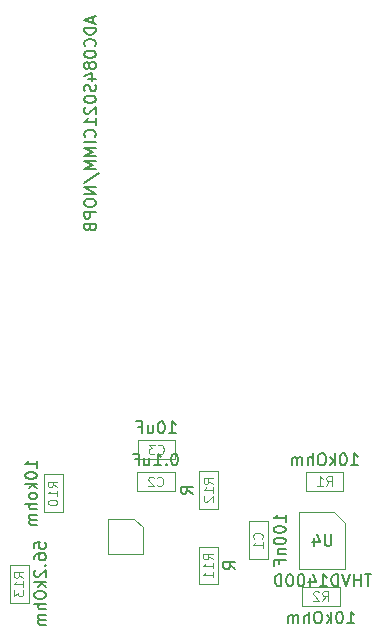
<source format=gbr>
%TF.GenerationSoftware,KiCad,Pcbnew,8.0.3*%
%TF.CreationDate,2024-10-20T16:03:45+03:00*%
%TF.ProjectId,SmartPot,536d6172-7450-46f7-942e-6b696361645f,rev?*%
%TF.SameCoordinates,Original*%
%TF.FileFunction,AssemblyDrawing,Bot*%
%FSLAX46Y46*%
G04 Gerber Fmt 4.6, Leading zero omitted, Abs format (unit mm)*
G04 Created by KiCad (PCBNEW 8.0.3) date 2024-10-20 16:03:45*
%MOMM*%
%LPD*%
G01*
G04 APERTURE LIST*
%ADD10C,0.150000*%
%ADD11C,0.120000*%
%ADD12C,0.100000*%
G04 APERTURE END LIST*
D10*
X209000595Y-100534819D02*
X209572023Y-100534819D01*
X209286309Y-100534819D02*
X209286309Y-99534819D01*
X209286309Y-99534819D02*
X209381547Y-99677676D01*
X209381547Y-99677676D02*
X209476785Y-99772914D01*
X209476785Y-99772914D02*
X209572023Y-99820533D01*
X208381547Y-99534819D02*
X208286309Y-99534819D01*
X208286309Y-99534819D02*
X208191071Y-99582438D01*
X208191071Y-99582438D02*
X208143452Y-99630057D01*
X208143452Y-99630057D02*
X208095833Y-99725295D01*
X208095833Y-99725295D02*
X208048214Y-99915771D01*
X208048214Y-99915771D02*
X208048214Y-100153866D01*
X208048214Y-100153866D02*
X208095833Y-100344342D01*
X208095833Y-100344342D02*
X208143452Y-100439580D01*
X208143452Y-100439580D02*
X208191071Y-100487200D01*
X208191071Y-100487200D02*
X208286309Y-100534819D01*
X208286309Y-100534819D02*
X208381547Y-100534819D01*
X208381547Y-100534819D02*
X208476785Y-100487200D01*
X208476785Y-100487200D02*
X208524404Y-100439580D01*
X208524404Y-100439580D02*
X208572023Y-100344342D01*
X208572023Y-100344342D02*
X208619642Y-100153866D01*
X208619642Y-100153866D02*
X208619642Y-99915771D01*
X208619642Y-99915771D02*
X208572023Y-99725295D01*
X208572023Y-99725295D02*
X208524404Y-99630057D01*
X208524404Y-99630057D02*
X208476785Y-99582438D01*
X208476785Y-99582438D02*
X208381547Y-99534819D01*
X207619642Y-100534819D02*
X207619642Y-99534819D01*
X207524404Y-100153866D02*
X207238690Y-100534819D01*
X207238690Y-99868152D02*
X207619642Y-100249104D01*
X206619642Y-99534819D02*
X206429166Y-99534819D01*
X206429166Y-99534819D02*
X206333928Y-99582438D01*
X206333928Y-99582438D02*
X206238690Y-99677676D01*
X206238690Y-99677676D02*
X206191071Y-99868152D01*
X206191071Y-99868152D02*
X206191071Y-100201485D01*
X206191071Y-100201485D02*
X206238690Y-100391961D01*
X206238690Y-100391961D02*
X206333928Y-100487200D01*
X206333928Y-100487200D02*
X206429166Y-100534819D01*
X206429166Y-100534819D02*
X206619642Y-100534819D01*
X206619642Y-100534819D02*
X206714880Y-100487200D01*
X206714880Y-100487200D02*
X206810118Y-100391961D01*
X206810118Y-100391961D02*
X206857737Y-100201485D01*
X206857737Y-100201485D02*
X206857737Y-99868152D01*
X206857737Y-99868152D02*
X206810118Y-99677676D01*
X206810118Y-99677676D02*
X206714880Y-99582438D01*
X206714880Y-99582438D02*
X206619642Y-99534819D01*
X205762499Y-100534819D02*
X205762499Y-99534819D01*
X205333928Y-100534819D02*
X205333928Y-100011009D01*
X205333928Y-100011009D02*
X205381547Y-99915771D01*
X205381547Y-99915771D02*
X205476785Y-99868152D01*
X205476785Y-99868152D02*
X205619642Y-99868152D01*
X205619642Y-99868152D02*
X205714880Y-99915771D01*
X205714880Y-99915771D02*
X205762499Y-99963390D01*
X204857737Y-100534819D02*
X204857737Y-99868152D01*
X204857737Y-99963390D02*
X204810118Y-99915771D01*
X204810118Y-99915771D02*
X204714880Y-99868152D01*
X204714880Y-99868152D02*
X204572023Y-99868152D01*
X204572023Y-99868152D02*
X204476785Y-99915771D01*
X204476785Y-99915771D02*
X204429166Y-100011009D01*
X204429166Y-100011009D02*
X204429166Y-100534819D01*
X204429166Y-100011009D02*
X204381547Y-99915771D01*
X204381547Y-99915771D02*
X204286309Y-99868152D01*
X204286309Y-99868152D02*
X204143452Y-99868152D01*
X204143452Y-99868152D02*
X204048213Y-99915771D01*
X204048213Y-99915771D02*
X204000594Y-100011009D01*
X204000594Y-100011009D02*
X204000594Y-100534819D01*
D11*
X206895832Y-102263855D02*
X207162499Y-101882902D01*
X207352975Y-102263855D02*
X207352975Y-101463855D01*
X207352975Y-101463855D02*
X207048213Y-101463855D01*
X207048213Y-101463855D02*
X206972023Y-101501950D01*
X206972023Y-101501950D02*
X206933928Y-101540045D01*
X206933928Y-101540045D02*
X206895832Y-101616236D01*
X206895832Y-101616236D02*
X206895832Y-101730521D01*
X206895832Y-101730521D02*
X206933928Y-101806712D01*
X206933928Y-101806712D02*
X206972023Y-101844807D01*
X206972023Y-101844807D02*
X207048213Y-101882902D01*
X207048213Y-101882902D02*
X207352975Y-101882902D01*
X206133928Y-102263855D02*
X206591071Y-102263855D01*
X206362499Y-102263855D02*
X206362499Y-101463855D01*
X206362499Y-101463855D02*
X206438690Y-101578140D01*
X206438690Y-101578140D02*
X206514880Y-101654331D01*
X206514880Y-101654331D02*
X206591071Y-101692426D01*
D10*
X187119104Y-62601191D02*
X187119104Y-63077381D01*
X187404819Y-62505953D02*
X186404819Y-62839286D01*
X186404819Y-62839286D02*
X187404819Y-63172619D01*
X187404819Y-63505953D02*
X186404819Y-63505953D01*
X186404819Y-63505953D02*
X186404819Y-63744048D01*
X186404819Y-63744048D02*
X186452438Y-63886905D01*
X186452438Y-63886905D02*
X186547676Y-63982143D01*
X186547676Y-63982143D02*
X186642914Y-64029762D01*
X186642914Y-64029762D02*
X186833390Y-64077381D01*
X186833390Y-64077381D02*
X186976247Y-64077381D01*
X186976247Y-64077381D02*
X187166723Y-64029762D01*
X187166723Y-64029762D02*
X187261961Y-63982143D01*
X187261961Y-63982143D02*
X187357200Y-63886905D01*
X187357200Y-63886905D02*
X187404819Y-63744048D01*
X187404819Y-63744048D02*
X187404819Y-63505953D01*
X187309580Y-65077381D02*
X187357200Y-65029762D01*
X187357200Y-65029762D02*
X187404819Y-64886905D01*
X187404819Y-64886905D02*
X187404819Y-64791667D01*
X187404819Y-64791667D02*
X187357200Y-64648810D01*
X187357200Y-64648810D02*
X187261961Y-64553572D01*
X187261961Y-64553572D02*
X187166723Y-64505953D01*
X187166723Y-64505953D02*
X186976247Y-64458334D01*
X186976247Y-64458334D02*
X186833390Y-64458334D01*
X186833390Y-64458334D02*
X186642914Y-64505953D01*
X186642914Y-64505953D02*
X186547676Y-64553572D01*
X186547676Y-64553572D02*
X186452438Y-64648810D01*
X186452438Y-64648810D02*
X186404819Y-64791667D01*
X186404819Y-64791667D02*
X186404819Y-64886905D01*
X186404819Y-64886905D02*
X186452438Y-65029762D01*
X186452438Y-65029762D02*
X186500057Y-65077381D01*
X186404819Y-65696429D02*
X186404819Y-65791667D01*
X186404819Y-65791667D02*
X186452438Y-65886905D01*
X186452438Y-65886905D02*
X186500057Y-65934524D01*
X186500057Y-65934524D02*
X186595295Y-65982143D01*
X186595295Y-65982143D02*
X186785771Y-66029762D01*
X186785771Y-66029762D02*
X187023866Y-66029762D01*
X187023866Y-66029762D02*
X187214342Y-65982143D01*
X187214342Y-65982143D02*
X187309580Y-65934524D01*
X187309580Y-65934524D02*
X187357200Y-65886905D01*
X187357200Y-65886905D02*
X187404819Y-65791667D01*
X187404819Y-65791667D02*
X187404819Y-65696429D01*
X187404819Y-65696429D02*
X187357200Y-65601191D01*
X187357200Y-65601191D02*
X187309580Y-65553572D01*
X187309580Y-65553572D02*
X187214342Y-65505953D01*
X187214342Y-65505953D02*
X187023866Y-65458334D01*
X187023866Y-65458334D02*
X186785771Y-65458334D01*
X186785771Y-65458334D02*
X186595295Y-65505953D01*
X186595295Y-65505953D02*
X186500057Y-65553572D01*
X186500057Y-65553572D02*
X186452438Y-65601191D01*
X186452438Y-65601191D02*
X186404819Y-65696429D01*
X186833390Y-66601191D02*
X186785771Y-66505953D01*
X186785771Y-66505953D02*
X186738152Y-66458334D01*
X186738152Y-66458334D02*
X186642914Y-66410715D01*
X186642914Y-66410715D02*
X186595295Y-66410715D01*
X186595295Y-66410715D02*
X186500057Y-66458334D01*
X186500057Y-66458334D02*
X186452438Y-66505953D01*
X186452438Y-66505953D02*
X186404819Y-66601191D01*
X186404819Y-66601191D02*
X186404819Y-66791667D01*
X186404819Y-66791667D02*
X186452438Y-66886905D01*
X186452438Y-66886905D02*
X186500057Y-66934524D01*
X186500057Y-66934524D02*
X186595295Y-66982143D01*
X186595295Y-66982143D02*
X186642914Y-66982143D01*
X186642914Y-66982143D02*
X186738152Y-66934524D01*
X186738152Y-66934524D02*
X186785771Y-66886905D01*
X186785771Y-66886905D02*
X186833390Y-66791667D01*
X186833390Y-66791667D02*
X186833390Y-66601191D01*
X186833390Y-66601191D02*
X186881009Y-66505953D01*
X186881009Y-66505953D02*
X186928628Y-66458334D01*
X186928628Y-66458334D02*
X187023866Y-66410715D01*
X187023866Y-66410715D02*
X187214342Y-66410715D01*
X187214342Y-66410715D02*
X187309580Y-66458334D01*
X187309580Y-66458334D02*
X187357200Y-66505953D01*
X187357200Y-66505953D02*
X187404819Y-66601191D01*
X187404819Y-66601191D02*
X187404819Y-66791667D01*
X187404819Y-66791667D02*
X187357200Y-66886905D01*
X187357200Y-66886905D02*
X187309580Y-66934524D01*
X187309580Y-66934524D02*
X187214342Y-66982143D01*
X187214342Y-66982143D02*
X187023866Y-66982143D01*
X187023866Y-66982143D02*
X186928628Y-66934524D01*
X186928628Y-66934524D02*
X186881009Y-66886905D01*
X186881009Y-66886905D02*
X186833390Y-66791667D01*
X186738152Y-67839286D02*
X187404819Y-67839286D01*
X186357200Y-67601191D02*
X187071485Y-67363096D01*
X187071485Y-67363096D02*
X187071485Y-67982143D01*
X187357200Y-68315477D02*
X187404819Y-68458334D01*
X187404819Y-68458334D02*
X187404819Y-68696429D01*
X187404819Y-68696429D02*
X187357200Y-68791667D01*
X187357200Y-68791667D02*
X187309580Y-68839286D01*
X187309580Y-68839286D02*
X187214342Y-68886905D01*
X187214342Y-68886905D02*
X187119104Y-68886905D01*
X187119104Y-68886905D02*
X187023866Y-68839286D01*
X187023866Y-68839286D02*
X186976247Y-68791667D01*
X186976247Y-68791667D02*
X186928628Y-68696429D01*
X186928628Y-68696429D02*
X186881009Y-68505953D01*
X186881009Y-68505953D02*
X186833390Y-68410715D01*
X186833390Y-68410715D02*
X186785771Y-68363096D01*
X186785771Y-68363096D02*
X186690533Y-68315477D01*
X186690533Y-68315477D02*
X186595295Y-68315477D01*
X186595295Y-68315477D02*
X186500057Y-68363096D01*
X186500057Y-68363096D02*
X186452438Y-68410715D01*
X186452438Y-68410715D02*
X186404819Y-68505953D01*
X186404819Y-68505953D02*
X186404819Y-68744048D01*
X186404819Y-68744048D02*
X186452438Y-68886905D01*
X186404819Y-69505953D02*
X186404819Y-69601191D01*
X186404819Y-69601191D02*
X186452438Y-69696429D01*
X186452438Y-69696429D02*
X186500057Y-69744048D01*
X186500057Y-69744048D02*
X186595295Y-69791667D01*
X186595295Y-69791667D02*
X186785771Y-69839286D01*
X186785771Y-69839286D02*
X187023866Y-69839286D01*
X187023866Y-69839286D02*
X187214342Y-69791667D01*
X187214342Y-69791667D02*
X187309580Y-69744048D01*
X187309580Y-69744048D02*
X187357200Y-69696429D01*
X187357200Y-69696429D02*
X187404819Y-69601191D01*
X187404819Y-69601191D02*
X187404819Y-69505953D01*
X187404819Y-69505953D02*
X187357200Y-69410715D01*
X187357200Y-69410715D02*
X187309580Y-69363096D01*
X187309580Y-69363096D02*
X187214342Y-69315477D01*
X187214342Y-69315477D02*
X187023866Y-69267858D01*
X187023866Y-69267858D02*
X186785771Y-69267858D01*
X186785771Y-69267858D02*
X186595295Y-69315477D01*
X186595295Y-69315477D02*
X186500057Y-69363096D01*
X186500057Y-69363096D02*
X186452438Y-69410715D01*
X186452438Y-69410715D02*
X186404819Y-69505953D01*
X186500057Y-70220239D02*
X186452438Y-70267858D01*
X186452438Y-70267858D02*
X186404819Y-70363096D01*
X186404819Y-70363096D02*
X186404819Y-70601191D01*
X186404819Y-70601191D02*
X186452438Y-70696429D01*
X186452438Y-70696429D02*
X186500057Y-70744048D01*
X186500057Y-70744048D02*
X186595295Y-70791667D01*
X186595295Y-70791667D02*
X186690533Y-70791667D01*
X186690533Y-70791667D02*
X186833390Y-70744048D01*
X186833390Y-70744048D02*
X187404819Y-70172620D01*
X187404819Y-70172620D02*
X187404819Y-70791667D01*
X187404819Y-71744048D02*
X187404819Y-71172620D01*
X187404819Y-71458334D02*
X186404819Y-71458334D01*
X186404819Y-71458334D02*
X186547676Y-71363096D01*
X186547676Y-71363096D02*
X186642914Y-71267858D01*
X186642914Y-71267858D02*
X186690533Y-71172620D01*
X187309580Y-72744048D02*
X187357200Y-72696429D01*
X187357200Y-72696429D02*
X187404819Y-72553572D01*
X187404819Y-72553572D02*
X187404819Y-72458334D01*
X187404819Y-72458334D02*
X187357200Y-72315477D01*
X187357200Y-72315477D02*
X187261961Y-72220239D01*
X187261961Y-72220239D02*
X187166723Y-72172620D01*
X187166723Y-72172620D02*
X186976247Y-72125001D01*
X186976247Y-72125001D02*
X186833390Y-72125001D01*
X186833390Y-72125001D02*
X186642914Y-72172620D01*
X186642914Y-72172620D02*
X186547676Y-72220239D01*
X186547676Y-72220239D02*
X186452438Y-72315477D01*
X186452438Y-72315477D02*
X186404819Y-72458334D01*
X186404819Y-72458334D02*
X186404819Y-72553572D01*
X186404819Y-72553572D02*
X186452438Y-72696429D01*
X186452438Y-72696429D02*
X186500057Y-72744048D01*
X187404819Y-73172620D02*
X186404819Y-73172620D01*
X187404819Y-73648810D02*
X186404819Y-73648810D01*
X186404819Y-73648810D02*
X187119104Y-73982143D01*
X187119104Y-73982143D02*
X186404819Y-74315476D01*
X186404819Y-74315476D02*
X187404819Y-74315476D01*
X187404819Y-74791667D02*
X186404819Y-74791667D01*
X186404819Y-74791667D02*
X187119104Y-75125000D01*
X187119104Y-75125000D02*
X186404819Y-75458333D01*
X186404819Y-75458333D02*
X187404819Y-75458333D01*
X186357200Y-76648809D02*
X187642914Y-75791667D01*
X187404819Y-76982143D02*
X186404819Y-76982143D01*
X186404819Y-76982143D02*
X187404819Y-77553571D01*
X187404819Y-77553571D02*
X186404819Y-77553571D01*
X186404819Y-78220238D02*
X186404819Y-78410714D01*
X186404819Y-78410714D02*
X186452438Y-78505952D01*
X186452438Y-78505952D02*
X186547676Y-78601190D01*
X186547676Y-78601190D02*
X186738152Y-78648809D01*
X186738152Y-78648809D02*
X187071485Y-78648809D01*
X187071485Y-78648809D02*
X187261961Y-78601190D01*
X187261961Y-78601190D02*
X187357200Y-78505952D01*
X187357200Y-78505952D02*
X187404819Y-78410714D01*
X187404819Y-78410714D02*
X187404819Y-78220238D01*
X187404819Y-78220238D02*
X187357200Y-78125000D01*
X187357200Y-78125000D02*
X187261961Y-78029762D01*
X187261961Y-78029762D02*
X187071485Y-77982143D01*
X187071485Y-77982143D02*
X186738152Y-77982143D01*
X186738152Y-77982143D02*
X186547676Y-78029762D01*
X186547676Y-78029762D02*
X186452438Y-78125000D01*
X186452438Y-78125000D02*
X186404819Y-78220238D01*
X187404819Y-79077381D02*
X186404819Y-79077381D01*
X186404819Y-79077381D02*
X186404819Y-79458333D01*
X186404819Y-79458333D02*
X186452438Y-79553571D01*
X186452438Y-79553571D02*
X186500057Y-79601190D01*
X186500057Y-79601190D02*
X186595295Y-79648809D01*
X186595295Y-79648809D02*
X186738152Y-79648809D01*
X186738152Y-79648809D02*
X186833390Y-79601190D01*
X186833390Y-79601190D02*
X186881009Y-79553571D01*
X186881009Y-79553571D02*
X186928628Y-79458333D01*
X186928628Y-79458333D02*
X186928628Y-79077381D01*
X186881009Y-80410714D02*
X186928628Y-80553571D01*
X186928628Y-80553571D02*
X186976247Y-80601190D01*
X186976247Y-80601190D02*
X187071485Y-80648809D01*
X187071485Y-80648809D02*
X187214342Y-80648809D01*
X187214342Y-80648809D02*
X187309580Y-80601190D01*
X187309580Y-80601190D02*
X187357200Y-80553571D01*
X187357200Y-80553571D02*
X187404819Y-80458333D01*
X187404819Y-80458333D02*
X187404819Y-80077381D01*
X187404819Y-80077381D02*
X186404819Y-80077381D01*
X186404819Y-80077381D02*
X186404819Y-80410714D01*
X186404819Y-80410714D02*
X186452438Y-80505952D01*
X186452438Y-80505952D02*
X186500057Y-80553571D01*
X186500057Y-80553571D02*
X186595295Y-80601190D01*
X186595295Y-80601190D02*
X186690533Y-80601190D01*
X186690533Y-80601190D02*
X186785771Y-80553571D01*
X186785771Y-80553571D02*
X186833390Y-80505952D01*
X186833390Y-80505952D02*
X186881009Y-80410714D01*
X186881009Y-80410714D02*
X186881009Y-80077381D01*
X195584819Y-102934523D02*
X195108628Y-102601190D01*
X195584819Y-102363095D02*
X194584819Y-102363095D01*
X194584819Y-102363095D02*
X194584819Y-102744047D01*
X194584819Y-102744047D02*
X194632438Y-102839285D01*
X194632438Y-102839285D02*
X194680057Y-102886904D01*
X194680057Y-102886904D02*
X194775295Y-102934523D01*
X194775295Y-102934523D02*
X194918152Y-102934523D01*
X194918152Y-102934523D02*
X195013390Y-102886904D01*
X195013390Y-102886904D02*
X195061009Y-102839285D01*
X195061009Y-102839285D02*
X195108628Y-102744047D01*
X195108628Y-102744047D02*
X195108628Y-102363095D01*
D11*
X197313855Y-102110714D02*
X196932902Y-101844047D01*
X197313855Y-101653571D02*
X196513855Y-101653571D01*
X196513855Y-101653571D02*
X196513855Y-101958333D01*
X196513855Y-101958333D02*
X196551950Y-102034523D01*
X196551950Y-102034523D02*
X196590045Y-102072618D01*
X196590045Y-102072618D02*
X196666236Y-102110714D01*
X196666236Y-102110714D02*
X196780521Y-102110714D01*
X196780521Y-102110714D02*
X196856712Y-102072618D01*
X196856712Y-102072618D02*
X196894807Y-102034523D01*
X196894807Y-102034523D02*
X196932902Y-101958333D01*
X196932902Y-101958333D02*
X196932902Y-101653571D01*
X197313855Y-102872618D02*
X197313855Y-102415475D01*
X197313855Y-102644047D02*
X196513855Y-102644047D01*
X196513855Y-102644047D02*
X196628140Y-102567856D01*
X196628140Y-102567856D02*
X196704331Y-102491666D01*
X196704331Y-102491666D02*
X196742426Y-102415475D01*
X196590045Y-103177380D02*
X196551950Y-103215476D01*
X196551950Y-103215476D02*
X196513855Y-103291666D01*
X196513855Y-103291666D02*
X196513855Y-103482142D01*
X196513855Y-103482142D02*
X196551950Y-103558333D01*
X196551950Y-103558333D02*
X196590045Y-103596428D01*
X196590045Y-103596428D02*
X196666236Y-103634523D01*
X196666236Y-103634523D02*
X196742426Y-103634523D01*
X196742426Y-103634523D02*
X196856712Y-103596428D01*
X196856712Y-103596428D02*
X197313855Y-103139285D01*
X197313855Y-103139285D02*
X197313855Y-103634523D01*
D10*
X210717856Y-109769819D02*
X210146428Y-109769819D01*
X210432142Y-110769819D02*
X210432142Y-109769819D01*
X209813094Y-110769819D02*
X209813094Y-109769819D01*
X209813094Y-110246009D02*
X209241666Y-110246009D01*
X209241666Y-110769819D02*
X209241666Y-109769819D01*
X208908332Y-109769819D02*
X208574999Y-110769819D01*
X208574999Y-110769819D02*
X208241666Y-109769819D01*
X207908332Y-110769819D02*
X207908332Y-109769819D01*
X207908332Y-109769819D02*
X207670237Y-109769819D01*
X207670237Y-109769819D02*
X207527380Y-109817438D01*
X207527380Y-109817438D02*
X207432142Y-109912676D01*
X207432142Y-109912676D02*
X207384523Y-110007914D01*
X207384523Y-110007914D02*
X207336904Y-110198390D01*
X207336904Y-110198390D02*
X207336904Y-110341247D01*
X207336904Y-110341247D02*
X207384523Y-110531723D01*
X207384523Y-110531723D02*
X207432142Y-110626961D01*
X207432142Y-110626961D02*
X207527380Y-110722200D01*
X207527380Y-110722200D02*
X207670237Y-110769819D01*
X207670237Y-110769819D02*
X207908332Y-110769819D01*
X206384523Y-110769819D02*
X206955951Y-110769819D01*
X206670237Y-110769819D02*
X206670237Y-109769819D01*
X206670237Y-109769819D02*
X206765475Y-109912676D01*
X206765475Y-109912676D02*
X206860713Y-110007914D01*
X206860713Y-110007914D02*
X206955951Y-110055533D01*
X205527380Y-110103152D02*
X205527380Y-110769819D01*
X205765475Y-109722200D02*
X206003570Y-110436485D01*
X206003570Y-110436485D02*
X205384523Y-110436485D01*
X204813094Y-109769819D02*
X204717856Y-109769819D01*
X204717856Y-109769819D02*
X204622618Y-109817438D01*
X204622618Y-109817438D02*
X204574999Y-109865057D01*
X204574999Y-109865057D02*
X204527380Y-109960295D01*
X204527380Y-109960295D02*
X204479761Y-110150771D01*
X204479761Y-110150771D02*
X204479761Y-110388866D01*
X204479761Y-110388866D02*
X204527380Y-110579342D01*
X204527380Y-110579342D02*
X204574999Y-110674580D01*
X204574999Y-110674580D02*
X204622618Y-110722200D01*
X204622618Y-110722200D02*
X204717856Y-110769819D01*
X204717856Y-110769819D02*
X204813094Y-110769819D01*
X204813094Y-110769819D02*
X204908332Y-110722200D01*
X204908332Y-110722200D02*
X204955951Y-110674580D01*
X204955951Y-110674580D02*
X205003570Y-110579342D01*
X205003570Y-110579342D02*
X205051189Y-110388866D01*
X205051189Y-110388866D02*
X205051189Y-110150771D01*
X205051189Y-110150771D02*
X205003570Y-109960295D01*
X205003570Y-109960295D02*
X204955951Y-109865057D01*
X204955951Y-109865057D02*
X204908332Y-109817438D01*
X204908332Y-109817438D02*
X204813094Y-109769819D01*
X203860713Y-109769819D02*
X203765475Y-109769819D01*
X203765475Y-109769819D02*
X203670237Y-109817438D01*
X203670237Y-109817438D02*
X203622618Y-109865057D01*
X203622618Y-109865057D02*
X203574999Y-109960295D01*
X203574999Y-109960295D02*
X203527380Y-110150771D01*
X203527380Y-110150771D02*
X203527380Y-110388866D01*
X203527380Y-110388866D02*
X203574999Y-110579342D01*
X203574999Y-110579342D02*
X203622618Y-110674580D01*
X203622618Y-110674580D02*
X203670237Y-110722200D01*
X203670237Y-110722200D02*
X203765475Y-110769819D01*
X203765475Y-110769819D02*
X203860713Y-110769819D01*
X203860713Y-110769819D02*
X203955951Y-110722200D01*
X203955951Y-110722200D02*
X204003570Y-110674580D01*
X204003570Y-110674580D02*
X204051189Y-110579342D01*
X204051189Y-110579342D02*
X204098808Y-110388866D01*
X204098808Y-110388866D02*
X204098808Y-110150771D01*
X204098808Y-110150771D02*
X204051189Y-109960295D01*
X204051189Y-109960295D02*
X204003570Y-109865057D01*
X204003570Y-109865057D02*
X203955951Y-109817438D01*
X203955951Y-109817438D02*
X203860713Y-109769819D01*
X203098808Y-110769819D02*
X203098808Y-109769819D01*
X203098808Y-109769819D02*
X202860713Y-109769819D01*
X202860713Y-109769819D02*
X202717856Y-109817438D01*
X202717856Y-109817438D02*
X202622618Y-109912676D01*
X202622618Y-109912676D02*
X202574999Y-110007914D01*
X202574999Y-110007914D02*
X202527380Y-110198390D01*
X202527380Y-110198390D02*
X202527380Y-110341247D01*
X202527380Y-110341247D02*
X202574999Y-110531723D01*
X202574999Y-110531723D02*
X202622618Y-110626961D01*
X202622618Y-110626961D02*
X202717856Y-110722200D01*
X202717856Y-110722200D02*
X202860713Y-110769819D01*
X202860713Y-110769819D02*
X203098808Y-110769819D01*
X207321666Y-106380566D02*
X207321666Y-107173900D01*
X207321666Y-107173900D02*
X207275000Y-107267233D01*
X207275000Y-107267233D02*
X207228333Y-107313900D01*
X207228333Y-107313900D02*
X207135000Y-107360566D01*
X207135000Y-107360566D02*
X206948333Y-107360566D01*
X206948333Y-107360566D02*
X206855000Y-107313900D01*
X206855000Y-107313900D02*
X206808333Y-107267233D01*
X206808333Y-107267233D02*
X206761666Y-107173900D01*
X206761666Y-107173900D02*
X206761666Y-106380566D01*
X205874999Y-106707233D02*
X205874999Y-107360566D01*
X206108333Y-106333900D02*
X206341666Y-107033900D01*
X206341666Y-107033900D02*
X205734999Y-107033900D01*
X203454819Y-105327380D02*
X203454819Y-104755952D01*
X203454819Y-105041666D02*
X202454819Y-105041666D01*
X202454819Y-105041666D02*
X202597676Y-104946428D01*
X202597676Y-104946428D02*
X202692914Y-104851190D01*
X202692914Y-104851190D02*
X202740533Y-104755952D01*
X202454819Y-105946428D02*
X202454819Y-106041666D01*
X202454819Y-106041666D02*
X202502438Y-106136904D01*
X202502438Y-106136904D02*
X202550057Y-106184523D01*
X202550057Y-106184523D02*
X202645295Y-106232142D01*
X202645295Y-106232142D02*
X202835771Y-106279761D01*
X202835771Y-106279761D02*
X203073866Y-106279761D01*
X203073866Y-106279761D02*
X203264342Y-106232142D01*
X203264342Y-106232142D02*
X203359580Y-106184523D01*
X203359580Y-106184523D02*
X203407200Y-106136904D01*
X203407200Y-106136904D02*
X203454819Y-106041666D01*
X203454819Y-106041666D02*
X203454819Y-105946428D01*
X203454819Y-105946428D02*
X203407200Y-105851190D01*
X203407200Y-105851190D02*
X203359580Y-105803571D01*
X203359580Y-105803571D02*
X203264342Y-105755952D01*
X203264342Y-105755952D02*
X203073866Y-105708333D01*
X203073866Y-105708333D02*
X202835771Y-105708333D01*
X202835771Y-105708333D02*
X202645295Y-105755952D01*
X202645295Y-105755952D02*
X202550057Y-105803571D01*
X202550057Y-105803571D02*
X202502438Y-105851190D01*
X202502438Y-105851190D02*
X202454819Y-105946428D01*
X202454819Y-106898809D02*
X202454819Y-106994047D01*
X202454819Y-106994047D02*
X202502438Y-107089285D01*
X202502438Y-107089285D02*
X202550057Y-107136904D01*
X202550057Y-107136904D02*
X202645295Y-107184523D01*
X202645295Y-107184523D02*
X202835771Y-107232142D01*
X202835771Y-107232142D02*
X203073866Y-107232142D01*
X203073866Y-107232142D02*
X203264342Y-107184523D01*
X203264342Y-107184523D02*
X203359580Y-107136904D01*
X203359580Y-107136904D02*
X203407200Y-107089285D01*
X203407200Y-107089285D02*
X203454819Y-106994047D01*
X203454819Y-106994047D02*
X203454819Y-106898809D01*
X203454819Y-106898809D02*
X203407200Y-106803571D01*
X203407200Y-106803571D02*
X203359580Y-106755952D01*
X203359580Y-106755952D02*
X203264342Y-106708333D01*
X203264342Y-106708333D02*
X203073866Y-106660714D01*
X203073866Y-106660714D02*
X202835771Y-106660714D01*
X202835771Y-106660714D02*
X202645295Y-106708333D01*
X202645295Y-106708333D02*
X202550057Y-106755952D01*
X202550057Y-106755952D02*
X202502438Y-106803571D01*
X202502438Y-106803571D02*
X202454819Y-106898809D01*
X202788152Y-107660714D02*
X203454819Y-107660714D01*
X202883390Y-107660714D02*
X202835771Y-107708333D01*
X202835771Y-107708333D02*
X202788152Y-107803571D01*
X202788152Y-107803571D02*
X202788152Y-107946428D01*
X202788152Y-107946428D02*
X202835771Y-108041666D01*
X202835771Y-108041666D02*
X202931009Y-108089285D01*
X202931009Y-108089285D02*
X203454819Y-108089285D01*
X202931009Y-108898809D02*
X202931009Y-108565476D01*
X203454819Y-108565476D02*
X202454819Y-108565476D01*
X202454819Y-108565476D02*
X202454819Y-109041666D01*
D11*
X201437664Y-106741667D02*
X201475760Y-106703571D01*
X201475760Y-106703571D02*
X201513855Y-106589286D01*
X201513855Y-106589286D02*
X201513855Y-106513095D01*
X201513855Y-106513095D02*
X201475760Y-106398809D01*
X201475760Y-106398809D02*
X201399569Y-106322619D01*
X201399569Y-106322619D02*
X201323379Y-106284524D01*
X201323379Y-106284524D02*
X201170998Y-106246428D01*
X201170998Y-106246428D02*
X201056712Y-106246428D01*
X201056712Y-106246428D02*
X200904331Y-106284524D01*
X200904331Y-106284524D02*
X200828140Y-106322619D01*
X200828140Y-106322619D02*
X200751950Y-106398809D01*
X200751950Y-106398809D02*
X200713855Y-106513095D01*
X200713855Y-106513095D02*
X200713855Y-106589286D01*
X200713855Y-106589286D02*
X200751950Y-106703571D01*
X200751950Y-106703571D02*
X200790045Y-106741667D01*
X201513855Y-107503571D02*
X201513855Y-107046428D01*
X201513855Y-107275000D02*
X200713855Y-107275000D01*
X200713855Y-107275000D02*
X200828140Y-107198809D01*
X200828140Y-107198809D02*
X200904331Y-107122619D01*
X200904331Y-107122619D02*
X200942426Y-107046428D01*
D10*
X208688095Y-113924819D02*
X209259523Y-113924819D01*
X208973809Y-113924819D02*
X208973809Y-112924819D01*
X208973809Y-112924819D02*
X209069047Y-113067676D01*
X209069047Y-113067676D02*
X209164285Y-113162914D01*
X209164285Y-113162914D02*
X209259523Y-113210533D01*
X208069047Y-112924819D02*
X207973809Y-112924819D01*
X207973809Y-112924819D02*
X207878571Y-112972438D01*
X207878571Y-112972438D02*
X207830952Y-113020057D01*
X207830952Y-113020057D02*
X207783333Y-113115295D01*
X207783333Y-113115295D02*
X207735714Y-113305771D01*
X207735714Y-113305771D02*
X207735714Y-113543866D01*
X207735714Y-113543866D02*
X207783333Y-113734342D01*
X207783333Y-113734342D02*
X207830952Y-113829580D01*
X207830952Y-113829580D02*
X207878571Y-113877200D01*
X207878571Y-113877200D02*
X207973809Y-113924819D01*
X207973809Y-113924819D02*
X208069047Y-113924819D01*
X208069047Y-113924819D02*
X208164285Y-113877200D01*
X208164285Y-113877200D02*
X208211904Y-113829580D01*
X208211904Y-113829580D02*
X208259523Y-113734342D01*
X208259523Y-113734342D02*
X208307142Y-113543866D01*
X208307142Y-113543866D02*
X208307142Y-113305771D01*
X208307142Y-113305771D02*
X208259523Y-113115295D01*
X208259523Y-113115295D02*
X208211904Y-113020057D01*
X208211904Y-113020057D02*
X208164285Y-112972438D01*
X208164285Y-112972438D02*
X208069047Y-112924819D01*
X207307142Y-113924819D02*
X207307142Y-112924819D01*
X207211904Y-113543866D02*
X206926190Y-113924819D01*
X206926190Y-113258152D02*
X207307142Y-113639104D01*
X206307142Y-112924819D02*
X206116666Y-112924819D01*
X206116666Y-112924819D02*
X206021428Y-112972438D01*
X206021428Y-112972438D02*
X205926190Y-113067676D01*
X205926190Y-113067676D02*
X205878571Y-113258152D01*
X205878571Y-113258152D02*
X205878571Y-113591485D01*
X205878571Y-113591485D02*
X205926190Y-113781961D01*
X205926190Y-113781961D02*
X206021428Y-113877200D01*
X206021428Y-113877200D02*
X206116666Y-113924819D01*
X206116666Y-113924819D02*
X206307142Y-113924819D01*
X206307142Y-113924819D02*
X206402380Y-113877200D01*
X206402380Y-113877200D02*
X206497618Y-113781961D01*
X206497618Y-113781961D02*
X206545237Y-113591485D01*
X206545237Y-113591485D02*
X206545237Y-113258152D01*
X206545237Y-113258152D02*
X206497618Y-113067676D01*
X206497618Y-113067676D02*
X206402380Y-112972438D01*
X206402380Y-112972438D02*
X206307142Y-112924819D01*
X205449999Y-113924819D02*
X205449999Y-112924819D01*
X205021428Y-113924819D02*
X205021428Y-113401009D01*
X205021428Y-113401009D02*
X205069047Y-113305771D01*
X205069047Y-113305771D02*
X205164285Y-113258152D01*
X205164285Y-113258152D02*
X205307142Y-113258152D01*
X205307142Y-113258152D02*
X205402380Y-113305771D01*
X205402380Y-113305771D02*
X205449999Y-113353390D01*
X204545237Y-113924819D02*
X204545237Y-113258152D01*
X204545237Y-113353390D02*
X204497618Y-113305771D01*
X204497618Y-113305771D02*
X204402380Y-113258152D01*
X204402380Y-113258152D02*
X204259523Y-113258152D01*
X204259523Y-113258152D02*
X204164285Y-113305771D01*
X204164285Y-113305771D02*
X204116666Y-113401009D01*
X204116666Y-113401009D02*
X204116666Y-113924819D01*
X204116666Y-113401009D02*
X204069047Y-113305771D01*
X204069047Y-113305771D02*
X203973809Y-113258152D01*
X203973809Y-113258152D02*
X203830952Y-113258152D01*
X203830952Y-113258152D02*
X203735713Y-113305771D01*
X203735713Y-113305771D02*
X203688094Y-113401009D01*
X203688094Y-113401009D02*
X203688094Y-113924819D01*
D11*
X206583332Y-112013855D02*
X206849999Y-111632902D01*
X207040475Y-112013855D02*
X207040475Y-111213855D01*
X207040475Y-111213855D02*
X206735713Y-111213855D01*
X206735713Y-111213855D02*
X206659523Y-111251950D01*
X206659523Y-111251950D02*
X206621428Y-111290045D01*
X206621428Y-111290045D02*
X206583332Y-111366236D01*
X206583332Y-111366236D02*
X206583332Y-111480521D01*
X206583332Y-111480521D02*
X206621428Y-111556712D01*
X206621428Y-111556712D02*
X206659523Y-111594807D01*
X206659523Y-111594807D02*
X206735713Y-111632902D01*
X206735713Y-111632902D02*
X207040475Y-111632902D01*
X206278571Y-111290045D02*
X206240475Y-111251950D01*
X206240475Y-111251950D02*
X206164285Y-111213855D01*
X206164285Y-111213855D02*
X205973809Y-111213855D01*
X205973809Y-111213855D02*
X205897618Y-111251950D01*
X205897618Y-111251950D02*
X205859523Y-111290045D01*
X205859523Y-111290045D02*
X205821428Y-111366236D01*
X205821428Y-111366236D02*
X205821428Y-111442426D01*
X205821428Y-111442426D02*
X205859523Y-111556712D01*
X205859523Y-111556712D02*
X206316666Y-112013855D01*
X206316666Y-112013855D02*
X205821428Y-112013855D01*
D10*
X182409819Y-100733333D02*
X182409819Y-100161905D01*
X182409819Y-100447619D02*
X181409819Y-100447619D01*
X181409819Y-100447619D02*
X181552676Y-100352381D01*
X181552676Y-100352381D02*
X181647914Y-100257143D01*
X181647914Y-100257143D02*
X181695533Y-100161905D01*
X181409819Y-101352381D02*
X181409819Y-101447619D01*
X181409819Y-101447619D02*
X181457438Y-101542857D01*
X181457438Y-101542857D02*
X181505057Y-101590476D01*
X181505057Y-101590476D02*
X181600295Y-101638095D01*
X181600295Y-101638095D02*
X181790771Y-101685714D01*
X181790771Y-101685714D02*
X182028866Y-101685714D01*
X182028866Y-101685714D02*
X182219342Y-101638095D01*
X182219342Y-101638095D02*
X182314580Y-101590476D01*
X182314580Y-101590476D02*
X182362200Y-101542857D01*
X182362200Y-101542857D02*
X182409819Y-101447619D01*
X182409819Y-101447619D02*
X182409819Y-101352381D01*
X182409819Y-101352381D02*
X182362200Y-101257143D01*
X182362200Y-101257143D02*
X182314580Y-101209524D01*
X182314580Y-101209524D02*
X182219342Y-101161905D01*
X182219342Y-101161905D02*
X182028866Y-101114286D01*
X182028866Y-101114286D02*
X181790771Y-101114286D01*
X181790771Y-101114286D02*
X181600295Y-101161905D01*
X181600295Y-101161905D02*
X181505057Y-101209524D01*
X181505057Y-101209524D02*
X181457438Y-101257143D01*
X181457438Y-101257143D02*
X181409819Y-101352381D01*
X182409819Y-102114286D02*
X181409819Y-102114286D01*
X182028866Y-102209524D02*
X182409819Y-102495238D01*
X181743152Y-102495238D02*
X182124104Y-102114286D01*
X182409819Y-103066667D02*
X182362200Y-102971429D01*
X182362200Y-102971429D02*
X182314580Y-102923810D01*
X182314580Y-102923810D02*
X182219342Y-102876191D01*
X182219342Y-102876191D02*
X181933628Y-102876191D01*
X181933628Y-102876191D02*
X181838390Y-102923810D01*
X181838390Y-102923810D02*
X181790771Y-102971429D01*
X181790771Y-102971429D02*
X181743152Y-103066667D01*
X181743152Y-103066667D02*
X181743152Y-103209524D01*
X181743152Y-103209524D02*
X181790771Y-103304762D01*
X181790771Y-103304762D02*
X181838390Y-103352381D01*
X181838390Y-103352381D02*
X181933628Y-103400000D01*
X181933628Y-103400000D02*
X182219342Y-103400000D01*
X182219342Y-103400000D02*
X182314580Y-103352381D01*
X182314580Y-103352381D02*
X182362200Y-103304762D01*
X182362200Y-103304762D02*
X182409819Y-103209524D01*
X182409819Y-103209524D02*
X182409819Y-103066667D01*
X182409819Y-103828572D02*
X181409819Y-103828572D01*
X182409819Y-104257143D02*
X181886009Y-104257143D01*
X181886009Y-104257143D02*
X181790771Y-104209524D01*
X181790771Y-104209524D02*
X181743152Y-104114286D01*
X181743152Y-104114286D02*
X181743152Y-103971429D01*
X181743152Y-103971429D02*
X181790771Y-103876191D01*
X181790771Y-103876191D02*
X181838390Y-103828572D01*
X182409819Y-104733334D02*
X181743152Y-104733334D01*
X181838390Y-104733334D02*
X181790771Y-104780953D01*
X181790771Y-104780953D02*
X181743152Y-104876191D01*
X181743152Y-104876191D02*
X181743152Y-105019048D01*
X181743152Y-105019048D02*
X181790771Y-105114286D01*
X181790771Y-105114286D02*
X181886009Y-105161905D01*
X181886009Y-105161905D02*
X182409819Y-105161905D01*
X181886009Y-105161905D02*
X181790771Y-105209524D01*
X181790771Y-105209524D02*
X181743152Y-105304762D01*
X181743152Y-105304762D02*
X181743152Y-105447619D01*
X181743152Y-105447619D02*
X181790771Y-105542858D01*
X181790771Y-105542858D02*
X181886009Y-105590477D01*
X181886009Y-105590477D02*
X182409819Y-105590477D01*
D11*
X184138855Y-102385714D02*
X183757902Y-102119047D01*
X184138855Y-101928571D02*
X183338855Y-101928571D01*
X183338855Y-101928571D02*
X183338855Y-102233333D01*
X183338855Y-102233333D02*
X183376950Y-102309523D01*
X183376950Y-102309523D02*
X183415045Y-102347618D01*
X183415045Y-102347618D02*
X183491236Y-102385714D01*
X183491236Y-102385714D02*
X183605521Y-102385714D01*
X183605521Y-102385714D02*
X183681712Y-102347618D01*
X183681712Y-102347618D02*
X183719807Y-102309523D01*
X183719807Y-102309523D02*
X183757902Y-102233333D01*
X183757902Y-102233333D02*
X183757902Y-101928571D01*
X184138855Y-103147618D02*
X184138855Y-102690475D01*
X184138855Y-102919047D02*
X183338855Y-102919047D01*
X183338855Y-102919047D02*
X183453140Y-102842856D01*
X183453140Y-102842856D02*
X183529331Y-102766666D01*
X183529331Y-102766666D02*
X183567426Y-102690475D01*
X183338855Y-103642857D02*
X183338855Y-103719047D01*
X183338855Y-103719047D02*
X183376950Y-103795238D01*
X183376950Y-103795238D02*
X183415045Y-103833333D01*
X183415045Y-103833333D02*
X183491236Y-103871428D01*
X183491236Y-103871428D02*
X183643617Y-103909523D01*
X183643617Y-103909523D02*
X183834093Y-103909523D01*
X183834093Y-103909523D02*
X183986474Y-103871428D01*
X183986474Y-103871428D02*
X184062664Y-103833333D01*
X184062664Y-103833333D02*
X184100760Y-103795238D01*
X184100760Y-103795238D02*
X184138855Y-103719047D01*
X184138855Y-103719047D02*
X184138855Y-103642857D01*
X184138855Y-103642857D02*
X184100760Y-103566666D01*
X184100760Y-103566666D02*
X184062664Y-103528571D01*
X184062664Y-103528571D02*
X183986474Y-103490476D01*
X183986474Y-103490476D02*
X183834093Y-103452380D01*
X183834093Y-103452380D02*
X183643617Y-103452380D01*
X183643617Y-103452380D02*
X183491236Y-103490476D01*
X183491236Y-103490476D02*
X183415045Y-103528571D01*
X183415045Y-103528571D02*
X183376950Y-103566666D01*
X183376950Y-103566666D02*
X183338855Y-103642857D01*
D10*
X194117856Y-99554819D02*
X194022618Y-99554819D01*
X194022618Y-99554819D02*
X193927380Y-99602438D01*
X193927380Y-99602438D02*
X193879761Y-99650057D01*
X193879761Y-99650057D02*
X193832142Y-99745295D01*
X193832142Y-99745295D02*
X193784523Y-99935771D01*
X193784523Y-99935771D02*
X193784523Y-100173866D01*
X193784523Y-100173866D02*
X193832142Y-100364342D01*
X193832142Y-100364342D02*
X193879761Y-100459580D01*
X193879761Y-100459580D02*
X193927380Y-100507200D01*
X193927380Y-100507200D02*
X194022618Y-100554819D01*
X194022618Y-100554819D02*
X194117856Y-100554819D01*
X194117856Y-100554819D02*
X194213094Y-100507200D01*
X194213094Y-100507200D02*
X194260713Y-100459580D01*
X194260713Y-100459580D02*
X194308332Y-100364342D01*
X194308332Y-100364342D02*
X194355951Y-100173866D01*
X194355951Y-100173866D02*
X194355951Y-99935771D01*
X194355951Y-99935771D02*
X194308332Y-99745295D01*
X194308332Y-99745295D02*
X194260713Y-99650057D01*
X194260713Y-99650057D02*
X194213094Y-99602438D01*
X194213094Y-99602438D02*
X194117856Y-99554819D01*
X193355951Y-100459580D02*
X193308332Y-100507200D01*
X193308332Y-100507200D02*
X193355951Y-100554819D01*
X193355951Y-100554819D02*
X193403570Y-100507200D01*
X193403570Y-100507200D02*
X193355951Y-100459580D01*
X193355951Y-100459580D02*
X193355951Y-100554819D01*
X192355952Y-100554819D02*
X192927380Y-100554819D01*
X192641666Y-100554819D02*
X192641666Y-99554819D01*
X192641666Y-99554819D02*
X192736904Y-99697676D01*
X192736904Y-99697676D02*
X192832142Y-99792914D01*
X192832142Y-99792914D02*
X192927380Y-99840533D01*
X191498809Y-99888152D02*
X191498809Y-100554819D01*
X191927380Y-99888152D02*
X191927380Y-100411961D01*
X191927380Y-100411961D02*
X191879761Y-100507200D01*
X191879761Y-100507200D02*
X191784523Y-100554819D01*
X191784523Y-100554819D02*
X191641666Y-100554819D01*
X191641666Y-100554819D02*
X191546428Y-100507200D01*
X191546428Y-100507200D02*
X191498809Y-100459580D01*
X190689285Y-100031009D02*
X191022618Y-100031009D01*
X191022618Y-100554819D02*
X191022618Y-99554819D01*
X191022618Y-99554819D02*
X190546428Y-99554819D01*
D11*
X192608332Y-102237664D02*
X192646428Y-102275760D01*
X192646428Y-102275760D02*
X192760713Y-102313855D01*
X192760713Y-102313855D02*
X192836904Y-102313855D01*
X192836904Y-102313855D02*
X192951190Y-102275760D01*
X192951190Y-102275760D02*
X193027380Y-102199569D01*
X193027380Y-102199569D02*
X193065475Y-102123379D01*
X193065475Y-102123379D02*
X193103571Y-101970998D01*
X193103571Y-101970998D02*
X193103571Y-101856712D01*
X193103571Y-101856712D02*
X193065475Y-101704331D01*
X193065475Y-101704331D02*
X193027380Y-101628140D01*
X193027380Y-101628140D02*
X192951190Y-101551950D01*
X192951190Y-101551950D02*
X192836904Y-101513855D01*
X192836904Y-101513855D02*
X192760713Y-101513855D01*
X192760713Y-101513855D02*
X192646428Y-101551950D01*
X192646428Y-101551950D02*
X192608332Y-101590045D01*
X192303571Y-101590045D02*
X192265475Y-101551950D01*
X192265475Y-101551950D02*
X192189285Y-101513855D01*
X192189285Y-101513855D02*
X191998809Y-101513855D01*
X191998809Y-101513855D02*
X191922618Y-101551950D01*
X191922618Y-101551950D02*
X191884523Y-101590045D01*
X191884523Y-101590045D02*
X191846428Y-101666236D01*
X191846428Y-101666236D02*
X191846428Y-101742426D01*
X191846428Y-101742426D02*
X191884523Y-101856712D01*
X191884523Y-101856712D02*
X192341666Y-102313855D01*
X192341666Y-102313855D02*
X191846428Y-102313855D01*
D10*
X199199819Y-109334523D02*
X198723628Y-109001190D01*
X199199819Y-108763095D02*
X198199819Y-108763095D01*
X198199819Y-108763095D02*
X198199819Y-109144047D01*
X198199819Y-109144047D02*
X198247438Y-109239285D01*
X198247438Y-109239285D02*
X198295057Y-109286904D01*
X198295057Y-109286904D02*
X198390295Y-109334523D01*
X198390295Y-109334523D02*
X198533152Y-109334523D01*
X198533152Y-109334523D02*
X198628390Y-109286904D01*
X198628390Y-109286904D02*
X198676009Y-109239285D01*
X198676009Y-109239285D02*
X198723628Y-109144047D01*
X198723628Y-109144047D02*
X198723628Y-108763095D01*
D11*
X197288855Y-108510714D02*
X196907902Y-108244047D01*
X197288855Y-108053571D02*
X196488855Y-108053571D01*
X196488855Y-108053571D02*
X196488855Y-108358333D01*
X196488855Y-108358333D02*
X196526950Y-108434523D01*
X196526950Y-108434523D02*
X196565045Y-108472618D01*
X196565045Y-108472618D02*
X196641236Y-108510714D01*
X196641236Y-108510714D02*
X196755521Y-108510714D01*
X196755521Y-108510714D02*
X196831712Y-108472618D01*
X196831712Y-108472618D02*
X196869807Y-108434523D01*
X196869807Y-108434523D02*
X196907902Y-108358333D01*
X196907902Y-108358333D02*
X196907902Y-108053571D01*
X197288855Y-109272618D02*
X197288855Y-108815475D01*
X197288855Y-109044047D02*
X196488855Y-109044047D01*
X196488855Y-109044047D02*
X196603140Y-108967856D01*
X196603140Y-108967856D02*
X196679331Y-108891666D01*
X196679331Y-108891666D02*
X196717426Y-108815475D01*
X197288855Y-110034523D02*
X197288855Y-109577380D01*
X197288855Y-109805952D02*
X196488855Y-109805952D01*
X196488855Y-109805952D02*
X196603140Y-109729761D01*
X196603140Y-109729761D02*
X196679331Y-109653571D01*
X196679331Y-109653571D02*
X196717426Y-109577380D01*
D10*
X193596428Y-97829819D02*
X194167856Y-97829819D01*
X193882142Y-97829819D02*
X193882142Y-96829819D01*
X193882142Y-96829819D02*
X193977380Y-96972676D01*
X193977380Y-96972676D02*
X194072618Y-97067914D01*
X194072618Y-97067914D02*
X194167856Y-97115533D01*
X192977380Y-96829819D02*
X192882142Y-96829819D01*
X192882142Y-96829819D02*
X192786904Y-96877438D01*
X192786904Y-96877438D02*
X192739285Y-96925057D01*
X192739285Y-96925057D02*
X192691666Y-97020295D01*
X192691666Y-97020295D02*
X192644047Y-97210771D01*
X192644047Y-97210771D02*
X192644047Y-97448866D01*
X192644047Y-97448866D02*
X192691666Y-97639342D01*
X192691666Y-97639342D02*
X192739285Y-97734580D01*
X192739285Y-97734580D02*
X192786904Y-97782200D01*
X192786904Y-97782200D02*
X192882142Y-97829819D01*
X192882142Y-97829819D02*
X192977380Y-97829819D01*
X192977380Y-97829819D02*
X193072618Y-97782200D01*
X193072618Y-97782200D02*
X193120237Y-97734580D01*
X193120237Y-97734580D02*
X193167856Y-97639342D01*
X193167856Y-97639342D02*
X193215475Y-97448866D01*
X193215475Y-97448866D02*
X193215475Y-97210771D01*
X193215475Y-97210771D02*
X193167856Y-97020295D01*
X193167856Y-97020295D02*
X193120237Y-96925057D01*
X193120237Y-96925057D02*
X193072618Y-96877438D01*
X193072618Y-96877438D02*
X192977380Y-96829819D01*
X191786904Y-97163152D02*
X191786904Y-97829819D01*
X192215475Y-97163152D02*
X192215475Y-97686961D01*
X192215475Y-97686961D02*
X192167856Y-97782200D01*
X192167856Y-97782200D02*
X192072618Y-97829819D01*
X192072618Y-97829819D02*
X191929761Y-97829819D01*
X191929761Y-97829819D02*
X191834523Y-97782200D01*
X191834523Y-97782200D02*
X191786904Y-97734580D01*
X190977380Y-97306009D02*
X191310713Y-97306009D01*
X191310713Y-97829819D02*
X191310713Y-96829819D01*
X191310713Y-96829819D02*
X190834523Y-96829819D01*
D11*
X192658332Y-99512664D02*
X192696428Y-99550760D01*
X192696428Y-99550760D02*
X192810713Y-99588855D01*
X192810713Y-99588855D02*
X192886904Y-99588855D01*
X192886904Y-99588855D02*
X193001190Y-99550760D01*
X193001190Y-99550760D02*
X193077380Y-99474569D01*
X193077380Y-99474569D02*
X193115475Y-99398379D01*
X193115475Y-99398379D02*
X193153571Y-99245998D01*
X193153571Y-99245998D02*
X193153571Y-99131712D01*
X193153571Y-99131712D02*
X193115475Y-98979331D01*
X193115475Y-98979331D02*
X193077380Y-98903140D01*
X193077380Y-98903140D02*
X193001190Y-98826950D01*
X193001190Y-98826950D02*
X192886904Y-98788855D01*
X192886904Y-98788855D02*
X192810713Y-98788855D01*
X192810713Y-98788855D02*
X192696428Y-98826950D01*
X192696428Y-98826950D02*
X192658332Y-98865045D01*
X192391666Y-98788855D02*
X191896428Y-98788855D01*
X191896428Y-98788855D02*
X192163094Y-99093617D01*
X192163094Y-99093617D02*
X192048809Y-99093617D01*
X192048809Y-99093617D02*
X191972618Y-99131712D01*
X191972618Y-99131712D02*
X191934523Y-99169807D01*
X191934523Y-99169807D02*
X191896428Y-99245998D01*
X191896428Y-99245998D02*
X191896428Y-99436474D01*
X191896428Y-99436474D02*
X191934523Y-99512664D01*
X191934523Y-99512664D02*
X191972618Y-99550760D01*
X191972618Y-99550760D02*
X192048809Y-99588855D01*
X192048809Y-99588855D02*
X192277380Y-99588855D01*
X192277380Y-99588855D02*
X192353571Y-99550760D01*
X192353571Y-99550760D02*
X192391666Y-99512664D01*
D10*
X182174819Y-107575000D02*
X182174819Y-107098810D01*
X182174819Y-107098810D02*
X182651009Y-107051191D01*
X182651009Y-107051191D02*
X182603390Y-107098810D01*
X182603390Y-107098810D02*
X182555771Y-107194048D01*
X182555771Y-107194048D02*
X182555771Y-107432143D01*
X182555771Y-107432143D02*
X182603390Y-107527381D01*
X182603390Y-107527381D02*
X182651009Y-107575000D01*
X182651009Y-107575000D02*
X182746247Y-107622619D01*
X182746247Y-107622619D02*
X182984342Y-107622619D01*
X182984342Y-107622619D02*
X183079580Y-107575000D01*
X183079580Y-107575000D02*
X183127200Y-107527381D01*
X183127200Y-107527381D02*
X183174819Y-107432143D01*
X183174819Y-107432143D02*
X183174819Y-107194048D01*
X183174819Y-107194048D02*
X183127200Y-107098810D01*
X183127200Y-107098810D02*
X183079580Y-107051191D01*
X182174819Y-108479762D02*
X182174819Y-108289286D01*
X182174819Y-108289286D02*
X182222438Y-108194048D01*
X182222438Y-108194048D02*
X182270057Y-108146429D01*
X182270057Y-108146429D02*
X182412914Y-108051191D01*
X182412914Y-108051191D02*
X182603390Y-108003572D01*
X182603390Y-108003572D02*
X182984342Y-108003572D01*
X182984342Y-108003572D02*
X183079580Y-108051191D01*
X183079580Y-108051191D02*
X183127200Y-108098810D01*
X183127200Y-108098810D02*
X183174819Y-108194048D01*
X183174819Y-108194048D02*
X183174819Y-108384524D01*
X183174819Y-108384524D02*
X183127200Y-108479762D01*
X183127200Y-108479762D02*
X183079580Y-108527381D01*
X183079580Y-108527381D02*
X182984342Y-108575000D01*
X182984342Y-108575000D02*
X182746247Y-108575000D01*
X182746247Y-108575000D02*
X182651009Y-108527381D01*
X182651009Y-108527381D02*
X182603390Y-108479762D01*
X182603390Y-108479762D02*
X182555771Y-108384524D01*
X182555771Y-108384524D02*
X182555771Y-108194048D01*
X182555771Y-108194048D02*
X182603390Y-108098810D01*
X182603390Y-108098810D02*
X182651009Y-108051191D01*
X182651009Y-108051191D02*
X182746247Y-108003572D01*
X183079580Y-109003572D02*
X183127200Y-109051191D01*
X183127200Y-109051191D02*
X183174819Y-109003572D01*
X183174819Y-109003572D02*
X183127200Y-108955953D01*
X183127200Y-108955953D02*
X183079580Y-109003572D01*
X183079580Y-109003572D02*
X183174819Y-109003572D01*
X182270057Y-109432143D02*
X182222438Y-109479762D01*
X182222438Y-109479762D02*
X182174819Y-109575000D01*
X182174819Y-109575000D02*
X182174819Y-109813095D01*
X182174819Y-109813095D02*
X182222438Y-109908333D01*
X182222438Y-109908333D02*
X182270057Y-109955952D01*
X182270057Y-109955952D02*
X182365295Y-110003571D01*
X182365295Y-110003571D02*
X182460533Y-110003571D01*
X182460533Y-110003571D02*
X182603390Y-109955952D01*
X182603390Y-109955952D02*
X183174819Y-109384524D01*
X183174819Y-109384524D02*
X183174819Y-110003571D01*
X183174819Y-110432143D02*
X182174819Y-110432143D01*
X182793866Y-110527381D02*
X183174819Y-110813095D01*
X182508152Y-110813095D02*
X182889104Y-110432143D01*
X182174819Y-111432143D02*
X182174819Y-111622619D01*
X182174819Y-111622619D02*
X182222438Y-111717857D01*
X182222438Y-111717857D02*
X182317676Y-111813095D01*
X182317676Y-111813095D02*
X182508152Y-111860714D01*
X182508152Y-111860714D02*
X182841485Y-111860714D01*
X182841485Y-111860714D02*
X183031961Y-111813095D01*
X183031961Y-111813095D02*
X183127200Y-111717857D01*
X183127200Y-111717857D02*
X183174819Y-111622619D01*
X183174819Y-111622619D02*
X183174819Y-111432143D01*
X183174819Y-111432143D02*
X183127200Y-111336905D01*
X183127200Y-111336905D02*
X183031961Y-111241667D01*
X183031961Y-111241667D02*
X182841485Y-111194048D01*
X182841485Y-111194048D02*
X182508152Y-111194048D01*
X182508152Y-111194048D02*
X182317676Y-111241667D01*
X182317676Y-111241667D02*
X182222438Y-111336905D01*
X182222438Y-111336905D02*
X182174819Y-111432143D01*
X183174819Y-112289286D02*
X182174819Y-112289286D01*
X183174819Y-112717857D02*
X182651009Y-112717857D01*
X182651009Y-112717857D02*
X182555771Y-112670238D01*
X182555771Y-112670238D02*
X182508152Y-112575000D01*
X182508152Y-112575000D02*
X182508152Y-112432143D01*
X182508152Y-112432143D02*
X182555771Y-112336905D01*
X182555771Y-112336905D02*
X182603390Y-112289286D01*
X183174819Y-113194048D02*
X182508152Y-113194048D01*
X182603390Y-113194048D02*
X182555771Y-113241667D01*
X182555771Y-113241667D02*
X182508152Y-113336905D01*
X182508152Y-113336905D02*
X182508152Y-113479762D01*
X182508152Y-113479762D02*
X182555771Y-113575000D01*
X182555771Y-113575000D02*
X182651009Y-113622619D01*
X182651009Y-113622619D02*
X183174819Y-113622619D01*
X182651009Y-113622619D02*
X182555771Y-113670238D01*
X182555771Y-113670238D02*
X182508152Y-113765476D01*
X182508152Y-113765476D02*
X182508152Y-113908333D01*
X182508152Y-113908333D02*
X182555771Y-114003572D01*
X182555771Y-114003572D02*
X182651009Y-114051191D01*
X182651009Y-114051191D02*
X183174819Y-114051191D01*
D11*
X181263855Y-110060714D02*
X180882902Y-109794047D01*
X181263855Y-109603571D02*
X180463855Y-109603571D01*
X180463855Y-109603571D02*
X180463855Y-109908333D01*
X180463855Y-109908333D02*
X180501950Y-109984523D01*
X180501950Y-109984523D02*
X180540045Y-110022618D01*
X180540045Y-110022618D02*
X180616236Y-110060714D01*
X180616236Y-110060714D02*
X180730521Y-110060714D01*
X180730521Y-110060714D02*
X180806712Y-110022618D01*
X180806712Y-110022618D02*
X180844807Y-109984523D01*
X180844807Y-109984523D02*
X180882902Y-109908333D01*
X180882902Y-109908333D02*
X180882902Y-109603571D01*
X181263855Y-110822618D02*
X181263855Y-110365475D01*
X181263855Y-110594047D02*
X180463855Y-110594047D01*
X180463855Y-110594047D02*
X180578140Y-110517856D01*
X180578140Y-110517856D02*
X180654331Y-110441666D01*
X180654331Y-110441666D02*
X180692426Y-110365475D01*
X180463855Y-111089285D02*
X180463855Y-111584523D01*
X180463855Y-111584523D02*
X180768617Y-111317857D01*
X180768617Y-111317857D02*
X180768617Y-111432142D01*
X180768617Y-111432142D02*
X180806712Y-111508333D01*
X180806712Y-111508333D02*
X180844807Y-111546428D01*
X180844807Y-111546428D02*
X180920998Y-111584523D01*
X180920998Y-111584523D02*
X181111474Y-111584523D01*
X181111474Y-111584523D02*
X181187664Y-111546428D01*
X181187664Y-111546428D02*
X181225760Y-111508333D01*
X181225760Y-111508333D02*
X181263855Y-111432142D01*
X181263855Y-111432142D02*
X181263855Y-111203571D01*
X181263855Y-111203571D02*
X181225760Y-111127380D01*
X181225760Y-111127380D02*
X181187664Y-111089285D01*
D12*
%TO.C,R1*%
X205162500Y-101100000D02*
X208362500Y-101100000D01*
X205162500Y-102700000D02*
X205162500Y-101100000D01*
X208362500Y-101100000D02*
X208362500Y-102700000D01*
X208362500Y-102700000D02*
X205162500Y-102700000D01*
%TO.C,U2*%
X188400000Y-105050000D02*
X190650000Y-105050000D01*
X188400000Y-108050000D02*
X188400000Y-105050000D01*
X190650000Y-105050000D02*
X191400000Y-105800000D01*
X191400000Y-105800000D02*
X191400000Y-108050000D01*
X191400000Y-108050000D02*
X188400000Y-108050000D01*
%TO.C,R12*%
X196150000Y-101025000D02*
X197750000Y-101025000D01*
X196150000Y-104225000D02*
X196150000Y-101025000D01*
X197750000Y-101025000D02*
X197750000Y-104225000D01*
X197750000Y-104225000D02*
X196150000Y-104225000D01*
%TO.C,U4*%
X204625000Y-104465000D02*
X207550000Y-104465000D01*
X204625000Y-109365000D02*
X204625000Y-104465000D01*
X207550000Y-104465000D02*
X208525000Y-105440000D01*
X208525000Y-105440000D02*
X208525000Y-109365000D01*
X208525000Y-109365000D02*
X204625000Y-109365000D01*
%TO.C,C1*%
X200350000Y-105275000D02*
X201950000Y-105275000D01*
X200350000Y-108475000D02*
X200350000Y-105275000D01*
X201950000Y-105275000D02*
X201950000Y-108475000D01*
X201950000Y-108475000D02*
X200350000Y-108475000D01*
%TO.C,R2*%
X204850000Y-110850000D02*
X208050000Y-110850000D01*
X204850000Y-112450000D02*
X204850000Y-110850000D01*
X208050000Y-110850000D02*
X208050000Y-112450000D01*
X208050000Y-112450000D02*
X204850000Y-112450000D01*
%TO.C,R10*%
X182975000Y-101300000D02*
X184575000Y-101300000D01*
X182975000Y-104500000D02*
X182975000Y-101300000D01*
X184575000Y-101300000D02*
X184575000Y-104500000D01*
X184575000Y-104500000D02*
X182975000Y-104500000D01*
%TO.C,C2*%
X190875000Y-101150000D02*
X194075000Y-101150000D01*
X190875000Y-102750000D02*
X190875000Y-101150000D01*
X194075000Y-101150000D02*
X194075000Y-102750000D01*
X194075000Y-102750000D02*
X190875000Y-102750000D01*
%TO.C,R11*%
X196125000Y-107425000D02*
X197725000Y-107425000D01*
X196125000Y-110625000D02*
X196125000Y-107425000D01*
X197725000Y-107425000D02*
X197725000Y-110625000D01*
X197725000Y-110625000D02*
X196125000Y-110625000D01*
%TO.C,C3*%
X190925000Y-98425000D02*
X194125000Y-98425000D01*
X190925000Y-100025000D02*
X190925000Y-98425000D01*
X194125000Y-98425000D02*
X194125000Y-100025000D01*
X194125000Y-100025000D02*
X190925000Y-100025000D01*
%TO.C,R13*%
X180100000Y-108975000D02*
X181700000Y-108975000D01*
X180100000Y-112175000D02*
X180100000Y-108975000D01*
X181700000Y-108975000D02*
X181700000Y-112175000D01*
X181700000Y-112175000D02*
X180100000Y-112175000D01*
%TD*%
M02*

</source>
